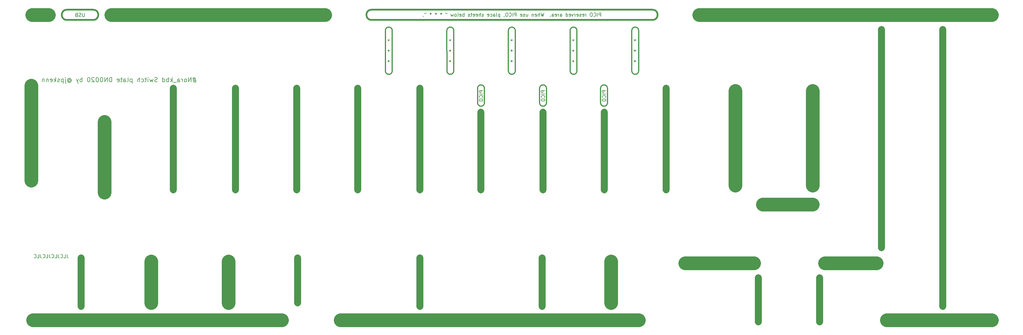
<source format=gbo>
%TF.GenerationSoftware,KiCad,Pcbnew,(5.1.10-1-10_14)*%
%TF.CreationDate,2021-12-13T21:27:44+09:00*%
%TF.ProjectId,keyplate,6b657970-6c61-4746-952e-6b696361645f,rev?*%
%TF.SameCoordinates,Original*%
%TF.FileFunction,Legend,Bot*%
%TF.FilePolarity,Positive*%
%FSLAX46Y46*%
G04 Gerber Fmt 4.6, Leading zero omitted, Abs format (unit mm)*
G04 Created by KiCad (PCBNEW (5.1.10-1-10_14)) date 2021-12-13 21:27:44*
%MOMM*%
%LPD*%
G01*
G04 APERTURE LIST*
%ADD10C,2.000000*%
%ADD11C,0.500000*%
%ADD12C,0.150000*%
%ADD13C,0.300000*%
%ADD14C,4.000000*%
G04 APERTURE END LIST*
D10*
X229750000Y-99750000D02*
X229750000Y-112500000D01*
X247500000Y-99750000D02*
X247500000Y-112500000D01*
D11*
X29100000Y-25000000D02*
X36700000Y-25000000D01*
X36700000Y-22000000D02*
G75*
G02*
X36700000Y-25000000I0J-1500000D01*
G01*
X29100000Y-22000000D02*
X36700000Y-22000000D01*
X29100000Y-25000000D02*
G75*
G02*
X29100000Y-22000000I0J1500000D01*
G01*
D12*
X34161904Y-23052380D02*
X34161904Y-23861904D01*
X34114285Y-23957142D01*
X34066666Y-24004761D01*
X33971428Y-24052380D01*
X33780952Y-24052380D01*
X33685714Y-24004761D01*
X33638095Y-23957142D01*
X33590476Y-23861904D01*
X33590476Y-23052380D01*
X33161904Y-24004761D02*
X33019047Y-24052380D01*
X32780952Y-24052380D01*
X32685714Y-24004761D01*
X32638095Y-23957142D01*
X32590476Y-23861904D01*
X32590476Y-23766666D01*
X32638095Y-23671428D01*
X32685714Y-23623809D01*
X32780952Y-23576190D01*
X32971428Y-23528571D01*
X33066666Y-23480952D01*
X33114285Y-23433333D01*
X33161904Y-23338095D01*
X33161904Y-23242857D01*
X33114285Y-23147619D01*
X33066666Y-23100000D01*
X32971428Y-23052380D01*
X32733333Y-23052380D01*
X32590476Y-23100000D01*
X31828571Y-23528571D02*
X31685714Y-23576190D01*
X31638095Y-23623809D01*
X31590476Y-23719047D01*
X31590476Y-23861904D01*
X31638095Y-23957142D01*
X31685714Y-24004761D01*
X31780952Y-24052380D01*
X32161904Y-24052380D01*
X32161904Y-23052380D01*
X31828571Y-23052380D01*
X31733333Y-23100000D01*
X31685714Y-23147619D01*
X31638095Y-23242857D01*
X31638095Y-23338095D01*
X31685714Y-23433333D01*
X31733333Y-23480952D01*
X31828571Y-23528571D01*
X32161904Y-23528571D01*
D13*
X192995012Y-28050588D02*
G75*
G02*
X195000000Y-28150000I1004988J588D01*
G01*
X195000000Y-39749415D02*
X195000000Y-28150000D01*
X195000000Y-39749415D02*
G75*
G02*
X193000000Y-39750000I-1000000J-585D01*
G01*
X192995013Y-28050588D02*
X193000000Y-39750000D01*
D12*
X193702380Y-30826309D02*
X193940476Y-30826309D01*
X193845238Y-30588214D02*
X193940476Y-30826309D01*
X193845238Y-31064404D01*
X194130952Y-30683452D02*
X193940476Y-30826309D01*
X194130952Y-30969166D01*
X193702380Y-33873928D02*
X193940476Y-33873928D01*
X193845238Y-33635833D02*
X193940476Y-33873928D01*
X193845238Y-34112023D01*
X194130952Y-33731071D02*
X193940476Y-33873928D01*
X194130952Y-34016785D01*
X193702380Y-36921547D02*
X193940476Y-36921547D01*
X193845238Y-36683452D02*
X193940476Y-36921547D01*
X193845238Y-37159642D01*
X194130952Y-36778690D02*
X193940476Y-36921547D01*
X194130952Y-37064404D01*
D13*
X175095012Y-28050588D02*
G75*
G02*
X177100000Y-28150000I1004988J588D01*
G01*
X177100000Y-39749415D02*
X177100000Y-28150000D01*
X177100000Y-39749415D02*
G75*
G02*
X175100000Y-39750000I-1000000J-585D01*
G01*
X175095013Y-28050588D02*
X175100000Y-39750000D01*
D12*
X175802380Y-30826309D02*
X176040476Y-30826309D01*
X175945238Y-30588214D02*
X176040476Y-30826309D01*
X175945238Y-31064404D01*
X176230952Y-30683452D02*
X176040476Y-30826309D01*
X176230952Y-30969166D01*
X175802380Y-33873928D02*
X176040476Y-33873928D01*
X175945238Y-33635833D02*
X176040476Y-33873928D01*
X175945238Y-34112023D01*
X176230952Y-33731071D02*
X176040476Y-33873928D01*
X176230952Y-34016785D01*
X175802380Y-36921547D02*
X176040476Y-36921547D01*
X175945238Y-36683452D02*
X176040476Y-36921547D01*
X175945238Y-37159642D01*
X176230952Y-36778690D02*
X176040476Y-36921547D01*
X176230952Y-37064404D01*
D13*
X157195012Y-28050588D02*
G75*
G02*
X159200000Y-28150000I1004988J588D01*
G01*
X159200000Y-39749415D02*
X159200000Y-28150000D01*
X159200000Y-39749415D02*
G75*
G02*
X157200000Y-39750000I-1000000J-585D01*
G01*
X157195013Y-28050588D02*
X157200000Y-39750000D01*
D12*
X157902380Y-30826309D02*
X158140476Y-30826309D01*
X158045238Y-30588214D02*
X158140476Y-30826309D01*
X158045238Y-31064404D01*
X158330952Y-30683452D02*
X158140476Y-30826309D01*
X158330952Y-30969166D01*
X157902380Y-33873928D02*
X158140476Y-33873928D01*
X158045238Y-33635833D02*
X158140476Y-33873928D01*
X158045238Y-34112023D01*
X158330952Y-33731071D02*
X158140476Y-33873928D01*
X158330952Y-34016785D01*
X157902380Y-36921547D02*
X158140476Y-36921547D01*
X158045238Y-36683452D02*
X158140476Y-36921547D01*
X158045238Y-37159642D01*
X158330952Y-36778690D02*
X158140476Y-36921547D01*
X158330952Y-37064404D01*
D13*
X139345012Y-28050588D02*
G75*
G02*
X141350000Y-28150000I1004988J588D01*
G01*
X141350000Y-39749415D02*
X141350000Y-28150000D01*
X141350000Y-39749415D02*
G75*
G02*
X139350000Y-39750000I-1000000J-585D01*
G01*
X139345013Y-28050588D02*
X139350000Y-39750000D01*
D12*
X140052380Y-30826309D02*
X140290476Y-30826309D01*
X140195238Y-30588214D02*
X140290476Y-30826309D01*
X140195238Y-31064404D01*
X140480952Y-30683452D02*
X140290476Y-30826309D01*
X140480952Y-30969166D01*
X140052380Y-33873928D02*
X140290476Y-33873928D01*
X140195238Y-33635833D02*
X140290476Y-33873928D01*
X140195238Y-34112023D01*
X140480952Y-33731071D02*
X140290476Y-33873928D01*
X140480952Y-34016785D01*
X140052380Y-36921547D02*
X140290476Y-36921547D01*
X140195238Y-36683452D02*
X140290476Y-36921547D01*
X140195238Y-37159642D01*
X140480952Y-36778690D02*
X140290476Y-36921547D01*
X140480952Y-37064404D01*
D13*
X123500000Y-39749415D02*
G75*
G02*
X121500000Y-39750000I-1000000J-585D01*
G01*
X121495013Y-28050588D02*
X121500000Y-39750000D01*
X121495012Y-28050588D02*
G75*
G02*
X123500000Y-28150000I1004988J588D01*
G01*
X123500000Y-39749415D02*
X123500000Y-28150000D01*
D12*
X122202380Y-30826309D02*
X122440476Y-30826309D01*
X122345238Y-30588214D02*
X122440476Y-30826309D01*
X122345238Y-31064404D01*
X122630952Y-30683452D02*
X122440476Y-30826309D01*
X122630952Y-30969166D01*
X122202380Y-33873928D02*
X122440476Y-33873928D01*
X122345238Y-33635833D02*
X122440476Y-33873928D01*
X122345238Y-34112023D01*
X122630952Y-33731071D02*
X122440476Y-33873928D01*
X122630952Y-34016785D01*
X122202380Y-36921547D02*
X122440476Y-36921547D01*
X122345238Y-36683452D02*
X122440476Y-36921547D01*
X122345238Y-37159642D01*
X122630952Y-36778690D02*
X122440476Y-36921547D01*
X122630952Y-37064404D01*
D14*
X267000000Y-112000000D02*
X297500000Y-112000000D01*
D10*
X283250000Y-27750000D02*
X283250000Y-108000000D01*
X265500000Y-27750000D02*
X265500000Y-91000000D01*
D13*
X185950000Y-48999415D02*
G75*
G02*
X183950000Y-49000000I-1000000J-585D01*
G01*
X183945013Y-44800588D02*
X183946482Y-48950588D01*
X183945012Y-44800588D02*
G75*
G02*
X185950000Y-44900000I1004988J588D01*
G01*
X185951469Y-49050000D02*
X185950000Y-44900000D01*
D12*
X185452380Y-45435595D02*
X184452380Y-45435595D01*
X184452380Y-45816547D01*
X184500000Y-45911785D01*
X184547619Y-45959404D01*
X184642857Y-46007023D01*
X184785714Y-46007023D01*
X184880952Y-45959404D01*
X184928571Y-45911785D01*
X184976190Y-45816547D01*
X184976190Y-45435595D01*
X185452380Y-46435595D02*
X184452380Y-46435595D01*
X185357142Y-47483214D02*
X185404761Y-47435595D01*
X185452380Y-47292738D01*
X185452380Y-47197500D01*
X185404761Y-47054642D01*
X185309523Y-46959404D01*
X185214285Y-46911785D01*
X185023809Y-46864166D01*
X184880952Y-46864166D01*
X184690476Y-46911785D01*
X184595238Y-46959404D01*
X184500000Y-47054642D01*
X184452380Y-47197500D01*
X184452380Y-47292738D01*
X184500000Y-47435595D01*
X184547619Y-47483214D01*
X184452380Y-48102261D02*
X184452380Y-48292738D01*
X184500000Y-48387976D01*
X184595238Y-48483214D01*
X184785714Y-48530833D01*
X185119047Y-48530833D01*
X185309523Y-48483214D01*
X185404761Y-48387976D01*
X185452380Y-48292738D01*
X185452380Y-48102261D01*
X185404761Y-48007023D01*
X185309523Y-47911785D01*
X185119047Y-47864166D01*
X184785714Y-47864166D01*
X184595238Y-47911785D01*
X184500000Y-48007023D01*
X184452380Y-48102261D01*
D13*
X168250000Y-48999415D02*
G75*
G02*
X166250000Y-49000000I-1000000J-585D01*
G01*
X166245013Y-44800588D02*
X166246482Y-48950588D01*
X166245012Y-44800588D02*
G75*
G02*
X168250000Y-44900000I1004988J588D01*
G01*
X168251469Y-49050000D02*
X168250000Y-44900000D01*
D12*
X167752380Y-45435595D02*
X166752380Y-45435595D01*
X166752380Y-45816547D01*
X166800000Y-45911785D01*
X166847619Y-45959404D01*
X166942857Y-46007023D01*
X167085714Y-46007023D01*
X167180952Y-45959404D01*
X167228571Y-45911785D01*
X167276190Y-45816547D01*
X167276190Y-45435595D01*
X167752380Y-46435595D02*
X166752380Y-46435595D01*
X167657142Y-47483214D02*
X167704761Y-47435595D01*
X167752380Y-47292738D01*
X167752380Y-47197500D01*
X167704761Y-47054642D01*
X167609523Y-46959404D01*
X167514285Y-46911785D01*
X167323809Y-46864166D01*
X167180952Y-46864166D01*
X166990476Y-46911785D01*
X166895238Y-46959404D01*
X166800000Y-47054642D01*
X166752380Y-47197500D01*
X166752380Y-47292738D01*
X166800000Y-47435595D01*
X166847619Y-47483214D01*
X166752380Y-48102261D02*
X166752380Y-48292738D01*
X166800000Y-48387976D01*
X166895238Y-48483214D01*
X167085714Y-48530833D01*
X167419047Y-48530833D01*
X167609523Y-48483214D01*
X167704761Y-48387976D01*
X167752380Y-48292738D01*
X167752380Y-48102261D01*
X167704761Y-48007023D01*
X167609523Y-47911785D01*
X167419047Y-47864166D01*
X167085714Y-47864166D01*
X166895238Y-47911785D01*
X166800000Y-48007023D01*
X166752380Y-48102261D01*
X149752380Y-45435595D02*
X148752380Y-45435595D01*
X148752380Y-45816547D01*
X148800000Y-45911785D01*
X148847619Y-45959404D01*
X148942857Y-46007023D01*
X149085714Y-46007023D01*
X149180952Y-45959404D01*
X149228571Y-45911785D01*
X149276190Y-45816547D01*
X149276190Y-45435595D01*
X149752380Y-46435595D02*
X148752380Y-46435595D01*
X149657142Y-47483214D02*
X149704761Y-47435595D01*
X149752380Y-47292738D01*
X149752380Y-47197500D01*
X149704761Y-47054642D01*
X149609523Y-46959404D01*
X149514285Y-46911785D01*
X149323809Y-46864166D01*
X149180952Y-46864166D01*
X148990476Y-46911785D01*
X148895238Y-46959404D01*
X148800000Y-47054642D01*
X148752380Y-47197500D01*
X148752380Y-47292738D01*
X148800000Y-47435595D01*
X148847619Y-47483214D01*
X148752380Y-48102261D02*
X148752380Y-48292738D01*
X148800000Y-48387976D01*
X148895238Y-48483214D01*
X149085714Y-48530833D01*
X149419047Y-48530833D01*
X149609523Y-48483214D01*
X149704761Y-48387976D01*
X149752380Y-48292738D01*
X149752380Y-48102261D01*
X149704761Y-48007023D01*
X149609523Y-47911785D01*
X149419047Y-47864166D01*
X149085714Y-47864166D01*
X148895238Y-47911785D01*
X148800000Y-48007023D01*
X148752380Y-48102261D01*
D13*
X150251469Y-49050000D02*
X150250000Y-44900000D01*
X148245013Y-44800588D02*
X148246482Y-48950588D01*
X150250000Y-48999415D02*
G75*
G02*
X148250000Y-49000000I-1000000J-585D01*
G01*
X148245012Y-44800588D02*
G75*
G02*
X150250000Y-44900000I1004988J588D01*
G01*
D10*
X185000000Y-51750000D02*
X185000000Y-74250000D01*
X167250000Y-51750000D02*
X167250000Y-74250000D01*
X149250000Y-51750000D02*
X149250000Y-74250000D01*
X131500000Y-44750000D02*
X131500000Y-74250000D01*
X203000000Y-44750000D02*
X203000000Y-74250000D01*
X113500000Y-44750000D02*
X113500000Y-74250000D01*
X95750000Y-44750000D02*
X95750000Y-74250000D01*
X78000000Y-44750000D02*
X78000000Y-74250000D01*
X60000000Y-44750000D02*
X60000000Y-74250000D01*
D12*
X184011904Y-23952380D02*
X184011904Y-22952380D01*
X183630952Y-22952380D01*
X183535714Y-23000000D01*
X183488095Y-23047619D01*
X183440476Y-23142857D01*
X183440476Y-23285714D01*
X183488095Y-23380952D01*
X183535714Y-23428571D01*
X183630952Y-23476190D01*
X184011904Y-23476190D01*
X183011904Y-23952380D02*
X183011904Y-22952380D01*
X181964285Y-23857142D02*
X182011904Y-23904761D01*
X182154761Y-23952380D01*
X182249999Y-23952380D01*
X182392857Y-23904761D01*
X182488095Y-23809523D01*
X182535714Y-23714285D01*
X182583333Y-23523809D01*
X182583333Y-23380952D01*
X182535714Y-23190476D01*
X182488095Y-23095238D01*
X182392857Y-23000000D01*
X182249999Y-22952380D01*
X182154761Y-22952380D01*
X182011904Y-23000000D01*
X181964285Y-23047619D01*
X181345238Y-22952380D02*
X181154761Y-22952380D01*
X181059523Y-23000000D01*
X180964285Y-23095238D01*
X180916666Y-23285714D01*
X180916666Y-23619047D01*
X180964285Y-23809523D01*
X181059523Y-23904761D01*
X181154761Y-23952380D01*
X181345238Y-23952380D01*
X181440476Y-23904761D01*
X181535714Y-23809523D01*
X181583333Y-23619047D01*
X181583333Y-23285714D01*
X181535714Y-23095238D01*
X181440476Y-23000000D01*
X181345238Y-22952380D01*
X179726190Y-23952380D02*
X179726190Y-23285714D01*
X179726190Y-23476190D02*
X179678571Y-23380952D01*
X179630952Y-23333333D01*
X179535714Y-23285714D01*
X179440476Y-23285714D01*
X178726190Y-23904761D02*
X178821428Y-23952380D01*
X179011904Y-23952380D01*
X179107142Y-23904761D01*
X179154761Y-23809523D01*
X179154761Y-23428571D01*
X179107142Y-23333333D01*
X179011904Y-23285714D01*
X178821428Y-23285714D01*
X178726190Y-23333333D01*
X178678571Y-23428571D01*
X178678571Y-23523809D01*
X179154761Y-23619047D01*
X178297619Y-23904761D02*
X178202380Y-23952380D01*
X178011904Y-23952380D01*
X177916666Y-23904761D01*
X177869047Y-23809523D01*
X177869047Y-23761904D01*
X177916666Y-23666666D01*
X178011904Y-23619047D01*
X178154761Y-23619047D01*
X178249999Y-23571428D01*
X178297619Y-23476190D01*
X178297619Y-23428571D01*
X178249999Y-23333333D01*
X178154761Y-23285714D01*
X178011904Y-23285714D01*
X177916666Y-23333333D01*
X177059523Y-23904761D02*
X177154761Y-23952380D01*
X177345238Y-23952380D01*
X177440476Y-23904761D01*
X177488095Y-23809523D01*
X177488095Y-23428571D01*
X177440476Y-23333333D01*
X177345238Y-23285714D01*
X177154761Y-23285714D01*
X177059523Y-23333333D01*
X177011904Y-23428571D01*
X177011904Y-23523809D01*
X177488095Y-23619047D01*
X176583333Y-23952380D02*
X176583333Y-23285714D01*
X176583333Y-23476190D02*
X176535714Y-23380952D01*
X176488095Y-23333333D01*
X176392857Y-23285714D01*
X176297619Y-23285714D01*
X176059523Y-23285714D02*
X175821428Y-23952380D01*
X175583333Y-23285714D01*
X174821428Y-23904761D02*
X174916666Y-23952380D01*
X175107142Y-23952380D01*
X175202380Y-23904761D01*
X175249999Y-23809523D01*
X175249999Y-23428571D01*
X175202380Y-23333333D01*
X175107142Y-23285714D01*
X174916666Y-23285714D01*
X174821428Y-23333333D01*
X174773809Y-23428571D01*
X174773809Y-23523809D01*
X175249999Y-23619047D01*
X173916666Y-23952380D02*
X173916666Y-22952380D01*
X173916666Y-23904761D02*
X174011904Y-23952380D01*
X174202380Y-23952380D01*
X174297619Y-23904761D01*
X174345238Y-23857142D01*
X174392857Y-23761904D01*
X174392857Y-23476190D01*
X174345238Y-23380952D01*
X174297619Y-23333333D01*
X174202380Y-23285714D01*
X174011904Y-23285714D01*
X173916666Y-23333333D01*
X172250000Y-23952380D02*
X172250000Y-23428571D01*
X172297619Y-23333333D01*
X172392857Y-23285714D01*
X172583333Y-23285714D01*
X172678571Y-23333333D01*
X172250000Y-23904761D02*
X172345238Y-23952380D01*
X172583333Y-23952380D01*
X172678571Y-23904761D01*
X172726190Y-23809523D01*
X172726190Y-23714285D01*
X172678571Y-23619047D01*
X172583333Y-23571428D01*
X172345238Y-23571428D01*
X172250000Y-23523809D01*
X171773809Y-23952380D02*
X171773809Y-23285714D01*
X171773809Y-23476190D02*
X171726190Y-23380952D01*
X171678571Y-23333333D01*
X171583333Y-23285714D01*
X171488095Y-23285714D01*
X170773809Y-23904761D02*
X170869047Y-23952380D01*
X171059523Y-23952380D01*
X171154761Y-23904761D01*
X171202380Y-23809523D01*
X171202380Y-23428571D01*
X171154761Y-23333333D01*
X171059523Y-23285714D01*
X170869047Y-23285714D01*
X170773809Y-23333333D01*
X170726190Y-23428571D01*
X170726190Y-23523809D01*
X171202380Y-23619047D01*
X169869047Y-23952380D02*
X169869047Y-23428571D01*
X169916666Y-23333333D01*
X170011904Y-23285714D01*
X170202380Y-23285714D01*
X170297619Y-23333333D01*
X169869047Y-23904761D02*
X169964285Y-23952380D01*
X170202380Y-23952380D01*
X170297619Y-23904761D01*
X170345238Y-23809523D01*
X170345238Y-23714285D01*
X170297619Y-23619047D01*
X170202380Y-23571428D01*
X169964285Y-23571428D01*
X169869047Y-23523809D01*
X169392857Y-23857142D02*
X169345238Y-23904761D01*
X169392857Y-23952380D01*
X169440476Y-23904761D01*
X169392857Y-23857142D01*
X169392857Y-23952380D01*
X167488095Y-22952380D02*
X167250000Y-23952380D01*
X167059523Y-23238095D01*
X166869047Y-23952380D01*
X166630952Y-22952380D01*
X166250000Y-23952380D02*
X166250000Y-22952380D01*
X165821428Y-23952380D02*
X165821428Y-23428571D01*
X165869047Y-23333333D01*
X165964285Y-23285714D01*
X166107142Y-23285714D01*
X166202380Y-23333333D01*
X166250000Y-23380952D01*
X164964285Y-23904761D02*
X165059523Y-23952380D01*
X165250000Y-23952380D01*
X165345238Y-23904761D01*
X165392857Y-23809523D01*
X165392857Y-23428571D01*
X165345238Y-23333333D01*
X165250000Y-23285714D01*
X165059523Y-23285714D01*
X164964285Y-23333333D01*
X164916666Y-23428571D01*
X164916666Y-23523809D01*
X165392857Y-23619047D01*
X164488095Y-23285714D02*
X164488095Y-23952380D01*
X164488095Y-23380952D02*
X164440476Y-23333333D01*
X164345238Y-23285714D01*
X164202380Y-23285714D01*
X164107142Y-23333333D01*
X164059523Y-23428571D01*
X164059523Y-23952380D01*
X162392857Y-23285714D02*
X162392857Y-23952380D01*
X162821428Y-23285714D02*
X162821428Y-23809523D01*
X162773809Y-23904761D01*
X162678571Y-23952380D01*
X162535714Y-23952380D01*
X162440476Y-23904761D01*
X162392857Y-23857142D01*
X161964285Y-23904761D02*
X161869047Y-23952380D01*
X161678571Y-23952380D01*
X161583333Y-23904761D01*
X161535714Y-23809523D01*
X161535714Y-23761904D01*
X161583333Y-23666666D01*
X161678571Y-23619047D01*
X161821428Y-23619047D01*
X161916666Y-23571428D01*
X161964285Y-23476190D01*
X161964285Y-23428571D01*
X161916666Y-23333333D01*
X161821428Y-23285714D01*
X161678571Y-23285714D01*
X161583333Y-23333333D01*
X160726190Y-23904761D02*
X160821428Y-23952380D01*
X161011904Y-23952380D01*
X161107142Y-23904761D01*
X161154761Y-23809523D01*
X161154761Y-23428571D01*
X161107142Y-23333333D01*
X161011904Y-23285714D01*
X160821428Y-23285714D01*
X160726190Y-23333333D01*
X160678571Y-23428571D01*
X160678571Y-23523809D01*
X161154761Y-23619047D01*
X159488095Y-23952380D02*
X159488095Y-22952380D01*
X159107142Y-22952380D01*
X159011904Y-23000000D01*
X158964285Y-23047619D01*
X158916666Y-23142857D01*
X158916666Y-23285714D01*
X158964285Y-23380952D01*
X159011904Y-23428571D01*
X159107142Y-23476190D01*
X159488095Y-23476190D01*
X158488095Y-23952380D02*
X158488095Y-22952380D01*
X157440476Y-23857142D02*
X157488095Y-23904761D01*
X157630952Y-23952380D01*
X157726190Y-23952380D01*
X157869047Y-23904761D01*
X157964285Y-23809523D01*
X158011904Y-23714285D01*
X158059523Y-23523809D01*
X158059523Y-23380952D01*
X158011904Y-23190476D01*
X157964285Y-23095238D01*
X157869047Y-23000000D01*
X157726190Y-22952380D01*
X157630952Y-22952380D01*
X157488095Y-23000000D01*
X157440476Y-23047619D01*
X156821428Y-22952380D02*
X156630952Y-22952380D01*
X156535714Y-23000000D01*
X156440476Y-23095238D01*
X156392857Y-23285714D01*
X156392857Y-23619047D01*
X156440476Y-23809523D01*
X156535714Y-23904761D01*
X156630952Y-23952380D01*
X156821428Y-23952380D01*
X156916666Y-23904761D01*
X157011904Y-23809523D01*
X157059523Y-23619047D01*
X157059523Y-23285714D01*
X157011904Y-23095238D01*
X156916666Y-23000000D01*
X156821428Y-22952380D01*
X155916666Y-23904761D02*
X155916666Y-23952380D01*
X155964285Y-24047619D01*
X156011904Y-24095238D01*
X154726190Y-23285714D02*
X154726190Y-24285714D01*
X154726190Y-23333333D02*
X154630952Y-23285714D01*
X154440476Y-23285714D01*
X154345238Y-23333333D01*
X154297619Y-23380952D01*
X154250000Y-23476190D01*
X154250000Y-23761904D01*
X154297619Y-23857142D01*
X154345238Y-23904761D01*
X154440476Y-23952380D01*
X154630952Y-23952380D01*
X154726190Y-23904761D01*
X153678571Y-23952380D02*
X153773809Y-23904761D01*
X153821428Y-23809523D01*
X153821428Y-22952380D01*
X152869047Y-23952380D02*
X152869047Y-23428571D01*
X152916666Y-23333333D01*
X153011904Y-23285714D01*
X153202380Y-23285714D01*
X153297619Y-23333333D01*
X152869047Y-23904761D02*
X152964285Y-23952380D01*
X153202380Y-23952380D01*
X153297619Y-23904761D01*
X153345238Y-23809523D01*
X153345238Y-23714285D01*
X153297619Y-23619047D01*
X153202380Y-23571428D01*
X152964285Y-23571428D01*
X152869047Y-23523809D01*
X151964285Y-23904761D02*
X152059523Y-23952380D01*
X152250000Y-23952380D01*
X152345238Y-23904761D01*
X152392857Y-23857142D01*
X152440476Y-23761904D01*
X152440476Y-23476190D01*
X152392857Y-23380952D01*
X152345238Y-23333333D01*
X152250000Y-23285714D01*
X152059523Y-23285714D01*
X151964285Y-23333333D01*
X151154761Y-23904761D02*
X151250000Y-23952380D01*
X151440476Y-23952380D01*
X151535714Y-23904761D01*
X151583333Y-23809523D01*
X151583333Y-23428571D01*
X151535714Y-23333333D01*
X151440476Y-23285714D01*
X151250000Y-23285714D01*
X151154761Y-23333333D01*
X151107142Y-23428571D01*
X151107142Y-23523809D01*
X151583333Y-23619047D01*
X149964285Y-23904761D02*
X149869047Y-23952380D01*
X149678571Y-23952380D01*
X149583333Y-23904761D01*
X149535714Y-23809523D01*
X149535714Y-23761904D01*
X149583333Y-23666666D01*
X149678571Y-23619047D01*
X149821428Y-23619047D01*
X149916666Y-23571428D01*
X149964285Y-23476190D01*
X149964285Y-23428571D01*
X149916666Y-23333333D01*
X149821428Y-23285714D01*
X149678571Y-23285714D01*
X149583333Y-23333333D01*
X149107142Y-23952380D02*
X149107142Y-22952380D01*
X148678571Y-23952380D02*
X148678571Y-23428571D01*
X148726190Y-23333333D01*
X148821428Y-23285714D01*
X148964285Y-23285714D01*
X149059523Y-23333333D01*
X149107142Y-23380952D01*
X147821428Y-23904761D02*
X147916666Y-23952380D01*
X148107142Y-23952380D01*
X148202380Y-23904761D01*
X148250000Y-23809523D01*
X148250000Y-23428571D01*
X148202380Y-23333333D01*
X148107142Y-23285714D01*
X147916666Y-23285714D01*
X147821428Y-23333333D01*
X147773809Y-23428571D01*
X147773809Y-23523809D01*
X148250000Y-23619047D01*
X146964285Y-23904761D02*
X147059523Y-23952380D01*
X147250000Y-23952380D01*
X147345238Y-23904761D01*
X147392857Y-23809523D01*
X147392857Y-23428571D01*
X147345238Y-23333333D01*
X147250000Y-23285714D01*
X147059523Y-23285714D01*
X146964285Y-23333333D01*
X146916666Y-23428571D01*
X146916666Y-23523809D01*
X147392857Y-23619047D01*
X146630952Y-23285714D02*
X146250000Y-23285714D01*
X146488095Y-22952380D02*
X146488095Y-23809523D01*
X146440476Y-23904761D01*
X146345238Y-23952380D01*
X146250000Y-23952380D01*
X145964285Y-23904761D02*
X145869047Y-23952380D01*
X145678571Y-23952380D01*
X145583333Y-23904761D01*
X145535714Y-23809523D01*
X145535714Y-23761904D01*
X145583333Y-23666666D01*
X145678571Y-23619047D01*
X145821428Y-23619047D01*
X145916666Y-23571428D01*
X145964285Y-23476190D01*
X145964285Y-23428571D01*
X145916666Y-23333333D01*
X145821428Y-23285714D01*
X145678571Y-23285714D01*
X145583333Y-23333333D01*
X144345238Y-23952380D02*
X144345238Y-22952380D01*
X144345238Y-23333333D02*
X144250000Y-23285714D01*
X144059523Y-23285714D01*
X143964285Y-23333333D01*
X143916666Y-23380952D01*
X143869047Y-23476190D01*
X143869047Y-23761904D01*
X143916666Y-23857142D01*
X143964285Y-23904761D01*
X144059523Y-23952380D01*
X144250000Y-23952380D01*
X144345238Y-23904761D01*
X143059523Y-23904761D02*
X143154761Y-23952380D01*
X143345238Y-23952380D01*
X143440476Y-23904761D01*
X143488095Y-23809523D01*
X143488095Y-23428571D01*
X143440476Y-23333333D01*
X143345238Y-23285714D01*
X143154761Y-23285714D01*
X143059523Y-23333333D01*
X143011904Y-23428571D01*
X143011904Y-23523809D01*
X143488095Y-23619047D01*
X142440476Y-23952380D02*
X142535714Y-23904761D01*
X142583333Y-23809523D01*
X142583333Y-22952380D01*
X141916666Y-23952380D02*
X142011904Y-23904761D01*
X142059523Y-23857142D01*
X142107142Y-23761904D01*
X142107142Y-23476190D01*
X142059523Y-23380952D01*
X142011904Y-23333333D01*
X141916666Y-23285714D01*
X141773809Y-23285714D01*
X141678571Y-23333333D01*
X141630952Y-23380952D01*
X141583333Y-23476190D01*
X141583333Y-23761904D01*
X141630952Y-23857142D01*
X141678571Y-23904761D01*
X141773809Y-23952380D01*
X141916666Y-23952380D01*
X141250000Y-23285714D02*
X141059523Y-23952380D01*
X140869047Y-23476190D01*
X140678571Y-23952380D01*
X140488095Y-23285714D01*
X139392857Y-22952380D02*
X139392857Y-23142857D01*
X139011904Y-22952380D02*
X139011904Y-23142857D01*
X137678571Y-22952380D02*
X137678571Y-23190476D01*
X137916666Y-23095238D02*
X137678571Y-23190476D01*
X137440476Y-23095238D01*
X137821428Y-23380952D02*
X137678571Y-23190476D01*
X137535714Y-23380952D01*
X136154761Y-22952380D02*
X136154761Y-23190476D01*
X136392857Y-23095238D02*
X136154761Y-23190476D01*
X135916666Y-23095238D01*
X136297619Y-23380952D02*
X136154761Y-23190476D01*
X136011904Y-23380952D01*
X134630952Y-22952380D02*
X134630952Y-23190476D01*
X134869047Y-23095238D02*
X134630952Y-23190476D01*
X134392857Y-23095238D01*
X134773809Y-23380952D02*
X134630952Y-23190476D01*
X134488095Y-23380952D01*
X133297619Y-22952380D02*
X133297619Y-23142857D01*
X132916666Y-22952380D02*
X132916666Y-23142857D01*
X132488095Y-23857142D02*
X132440476Y-23904761D01*
X132488095Y-23952380D01*
X132535714Y-23904761D01*
X132488095Y-23857142D01*
X132488095Y-23952380D01*
D11*
X117500000Y-25000000D02*
X199000000Y-25000000D01*
X117500000Y-25000000D02*
G75*
G02*
X117500000Y-22000000I0J1500000D01*
G01*
X199000000Y-22000000D02*
G75*
G02*
X199000000Y-25000000I0J-1500000D01*
G01*
X117500000Y-22000000D02*
X199000000Y-22000000D01*
D10*
X33250000Y-94000000D02*
X33250000Y-108000000D01*
X96000000Y-94000000D02*
X96000000Y-107000000D01*
X167000000Y-94000000D02*
X167000000Y-108000000D01*
X131500000Y-94000000D02*
X131500000Y-108000000D01*
D14*
X53500000Y-95000000D02*
X53500000Y-107000000D01*
X76000000Y-95000000D02*
X76000000Y-107000000D01*
X187000000Y-95000000D02*
X187000000Y-107000000D01*
X19250000Y-112000000D02*
X91500000Y-112000000D01*
X108500000Y-112000000D02*
X195000000Y-112000000D01*
X249000000Y-95500000D02*
X264000000Y-95500000D01*
X208500000Y-95500000D02*
X228500000Y-95500000D01*
X231000000Y-78500000D02*
X245500000Y-78500000D01*
X245500000Y-45500000D02*
X245500000Y-73000000D01*
X223000000Y-45500000D02*
X223000000Y-73000000D01*
X40000000Y-54500000D02*
X40000000Y-75000000D01*
X18750000Y-44000000D02*
X18750000Y-71500000D01*
X19000000Y-23500000D02*
X23800000Y-23500000D01*
X212500000Y-23500000D02*
X297500000Y-23500000D01*
X41900000Y-23500000D02*
X104000000Y-23500000D01*
D12*
X29119047Y-92952380D02*
X29119047Y-93666666D01*
X29166666Y-93809523D01*
X29261904Y-93904761D01*
X29404761Y-93952380D01*
X29500000Y-93952380D01*
X28166666Y-93952380D02*
X28642857Y-93952380D01*
X28642857Y-92952380D01*
X27261904Y-93857142D02*
X27309523Y-93904761D01*
X27452380Y-93952380D01*
X27547619Y-93952380D01*
X27690476Y-93904761D01*
X27785714Y-93809523D01*
X27833333Y-93714285D01*
X27880952Y-93523809D01*
X27880952Y-93380952D01*
X27833333Y-93190476D01*
X27785714Y-93095238D01*
X27690476Y-93000000D01*
X27547619Y-92952380D01*
X27452380Y-92952380D01*
X27309523Y-93000000D01*
X27261904Y-93047619D01*
X26547619Y-92952380D02*
X26547619Y-93666666D01*
X26595238Y-93809523D01*
X26690476Y-93904761D01*
X26833333Y-93952380D01*
X26928571Y-93952380D01*
X25595238Y-93952380D02*
X26071428Y-93952380D01*
X26071428Y-92952380D01*
X24690476Y-93857142D02*
X24738095Y-93904761D01*
X24880952Y-93952380D01*
X24976190Y-93952380D01*
X25119047Y-93904761D01*
X25214285Y-93809523D01*
X25261904Y-93714285D01*
X25309523Y-93523809D01*
X25309523Y-93380952D01*
X25261904Y-93190476D01*
X25214285Y-93095238D01*
X25119047Y-93000000D01*
X24976190Y-92952380D01*
X24880952Y-92952380D01*
X24738095Y-93000000D01*
X24690476Y-93047619D01*
X23976190Y-92952380D02*
X23976190Y-93666666D01*
X24023809Y-93809523D01*
X24119047Y-93904761D01*
X24261904Y-93952380D01*
X24357142Y-93952380D01*
X23023809Y-93952380D02*
X23500000Y-93952380D01*
X23500000Y-92952380D01*
X22119047Y-93857142D02*
X22166666Y-93904761D01*
X22309523Y-93952380D01*
X22404761Y-93952380D01*
X22547619Y-93904761D01*
X22642857Y-93809523D01*
X22690476Y-93714285D01*
X22738095Y-93523809D01*
X22738095Y-93380952D01*
X22690476Y-93190476D01*
X22642857Y-93095238D01*
X22547619Y-93000000D01*
X22404761Y-92952380D01*
X22309523Y-92952380D01*
X22166666Y-93000000D01*
X22119047Y-93047619D01*
X21404761Y-92952380D02*
X21404761Y-93666666D01*
X21452380Y-93809523D01*
X21547619Y-93904761D01*
X21690476Y-93952380D01*
X21785714Y-93952380D01*
X20452380Y-93952380D02*
X20928571Y-93952380D01*
X20928571Y-92952380D01*
X19547619Y-93857142D02*
X19595238Y-93904761D01*
X19738095Y-93952380D01*
X19833333Y-93952380D01*
X19976190Y-93904761D01*
X20071428Y-93809523D01*
X20119047Y-93714285D01*
X20166666Y-93523809D01*
X20166666Y-93380952D01*
X20119047Y-93190476D01*
X20071428Y-93095238D01*
X19976190Y-93000000D01*
X19833333Y-92952380D01*
X19738095Y-92952380D01*
X19595238Y-93000000D01*
X19547619Y-93047619D01*
X66504880Y-42071428D02*
X65576309Y-42071428D01*
X66133452Y-41514285D02*
X66504880Y-43185714D01*
X65700119Y-42628571D02*
X66628690Y-42628571D01*
X66071547Y-43185714D02*
X65700119Y-41514285D01*
X65142976Y-42938095D02*
X65142976Y-41638095D01*
X64400119Y-42938095D01*
X64400119Y-41638095D01*
X63595357Y-42938095D02*
X63719166Y-42876190D01*
X63781071Y-42814285D01*
X63842976Y-42690476D01*
X63842976Y-42319047D01*
X63781071Y-42195238D01*
X63719166Y-42133333D01*
X63595357Y-42071428D01*
X63409642Y-42071428D01*
X63285833Y-42133333D01*
X63223928Y-42195238D01*
X63162023Y-42319047D01*
X63162023Y-42690476D01*
X63223928Y-42814285D01*
X63285833Y-42876190D01*
X63409642Y-42938095D01*
X63595357Y-42938095D01*
X62604880Y-42938095D02*
X62604880Y-42071428D01*
X62604880Y-42319047D02*
X62542976Y-42195238D01*
X62481071Y-42133333D01*
X62357261Y-42071428D01*
X62233452Y-42071428D01*
X61242976Y-42938095D02*
X61242976Y-42257142D01*
X61304880Y-42133333D01*
X61428690Y-42071428D01*
X61676309Y-42071428D01*
X61800119Y-42133333D01*
X61242976Y-42876190D02*
X61366785Y-42938095D01*
X61676309Y-42938095D01*
X61800119Y-42876190D01*
X61862023Y-42752380D01*
X61862023Y-42628571D01*
X61800119Y-42504761D01*
X61676309Y-42442857D01*
X61366785Y-42442857D01*
X61242976Y-42380952D01*
X60933452Y-43061904D02*
X59942976Y-43061904D01*
X59633452Y-42938095D02*
X59633452Y-41638095D01*
X59509642Y-42442857D02*
X59138214Y-42938095D01*
X59138214Y-42071428D02*
X59633452Y-42566666D01*
X58581071Y-42938095D02*
X58581071Y-41638095D01*
X58581071Y-42133333D02*
X58457261Y-42071428D01*
X58209642Y-42071428D01*
X58085833Y-42133333D01*
X58023928Y-42195238D01*
X57962023Y-42319047D01*
X57962023Y-42690476D01*
X58023928Y-42814285D01*
X58085833Y-42876190D01*
X58209642Y-42938095D01*
X58457261Y-42938095D01*
X58581071Y-42876190D01*
X56847738Y-42938095D02*
X56847738Y-41638095D01*
X56847738Y-42876190D02*
X56971547Y-42938095D01*
X57219166Y-42938095D01*
X57342976Y-42876190D01*
X57404880Y-42814285D01*
X57466785Y-42690476D01*
X57466785Y-42319047D01*
X57404880Y-42195238D01*
X57342976Y-42133333D01*
X57219166Y-42071428D01*
X56971547Y-42071428D01*
X56847738Y-42133333D01*
X55300119Y-42876190D02*
X55114404Y-42938095D01*
X54804880Y-42938095D01*
X54681071Y-42876190D01*
X54619166Y-42814285D01*
X54557261Y-42690476D01*
X54557261Y-42566666D01*
X54619166Y-42442857D01*
X54681071Y-42380952D01*
X54804880Y-42319047D01*
X55052499Y-42257142D01*
X55176309Y-42195238D01*
X55238214Y-42133333D01*
X55300119Y-42009523D01*
X55300119Y-41885714D01*
X55238214Y-41761904D01*
X55176309Y-41700000D01*
X55052499Y-41638095D01*
X54742976Y-41638095D01*
X54557261Y-41700000D01*
X54123928Y-42071428D02*
X53876309Y-42938095D01*
X53628690Y-42319047D01*
X53381071Y-42938095D01*
X53133452Y-42071428D01*
X52638214Y-42938095D02*
X52638214Y-42071428D01*
X52638214Y-41638095D02*
X52700119Y-41700000D01*
X52638214Y-41761904D01*
X52576309Y-41700000D01*
X52638214Y-41638095D01*
X52638214Y-41761904D01*
X52204880Y-42071428D02*
X51709642Y-42071428D01*
X52019166Y-41638095D02*
X52019166Y-42752380D01*
X51957261Y-42876190D01*
X51833452Y-42938095D01*
X51709642Y-42938095D01*
X50719166Y-42876190D02*
X50842976Y-42938095D01*
X51090595Y-42938095D01*
X51214404Y-42876190D01*
X51276309Y-42814285D01*
X51338214Y-42690476D01*
X51338214Y-42319047D01*
X51276309Y-42195238D01*
X51214404Y-42133333D01*
X51090595Y-42071428D01*
X50842976Y-42071428D01*
X50719166Y-42133333D01*
X50162023Y-42938095D02*
X50162023Y-41638095D01*
X49604880Y-42938095D02*
X49604880Y-42257142D01*
X49666785Y-42133333D01*
X49790595Y-42071428D01*
X49976309Y-42071428D01*
X50100119Y-42133333D01*
X50162023Y-42195238D01*
X47995357Y-42071428D02*
X47995357Y-43371428D01*
X47995357Y-42133333D02*
X47871547Y-42071428D01*
X47623928Y-42071428D01*
X47500119Y-42133333D01*
X47438214Y-42195238D01*
X47376309Y-42319047D01*
X47376309Y-42690476D01*
X47438214Y-42814285D01*
X47500119Y-42876190D01*
X47623928Y-42938095D01*
X47871547Y-42938095D01*
X47995357Y-42876190D01*
X46633452Y-42938095D02*
X46757261Y-42876190D01*
X46819166Y-42752380D01*
X46819166Y-41638095D01*
X45581071Y-42938095D02*
X45581071Y-42257142D01*
X45642976Y-42133333D01*
X45766785Y-42071428D01*
X46014404Y-42071428D01*
X46138214Y-42133333D01*
X45581071Y-42876190D02*
X45704880Y-42938095D01*
X46014404Y-42938095D01*
X46138214Y-42876190D01*
X46200119Y-42752380D01*
X46200119Y-42628571D01*
X46138214Y-42504761D01*
X46014404Y-42442857D01*
X45704880Y-42442857D01*
X45581071Y-42380952D01*
X45147738Y-42071428D02*
X44652499Y-42071428D01*
X44962023Y-41638095D02*
X44962023Y-42752380D01*
X44900119Y-42876190D01*
X44776309Y-42938095D01*
X44652499Y-42938095D01*
X43723928Y-42876190D02*
X43847738Y-42938095D01*
X44095357Y-42938095D01*
X44219166Y-42876190D01*
X44281071Y-42752380D01*
X44281071Y-42257142D01*
X44219166Y-42133333D01*
X44095357Y-42071428D01*
X43847738Y-42071428D01*
X43723928Y-42133333D01*
X43662023Y-42257142D01*
X43662023Y-42380952D01*
X44281071Y-42504761D01*
X42114404Y-42938095D02*
X42114404Y-41638095D01*
X41804880Y-41638095D01*
X41619166Y-41700000D01*
X41495357Y-41823809D01*
X41433452Y-41947619D01*
X41371547Y-42195238D01*
X41371547Y-42380952D01*
X41433452Y-42628571D01*
X41495357Y-42752380D01*
X41619166Y-42876190D01*
X41804880Y-42938095D01*
X42114404Y-42938095D01*
X40814404Y-42938095D02*
X40814404Y-41638095D01*
X40071547Y-42938095D01*
X40071547Y-41638095D01*
X39204880Y-41638095D02*
X39081071Y-41638095D01*
X38957261Y-41700000D01*
X38895357Y-41761904D01*
X38833452Y-41885714D01*
X38771547Y-42133333D01*
X38771547Y-42442857D01*
X38833452Y-42690476D01*
X38895357Y-42814285D01*
X38957261Y-42876190D01*
X39081071Y-42938095D01*
X39204880Y-42938095D01*
X39328690Y-42876190D01*
X39390595Y-42814285D01*
X39452499Y-42690476D01*
X39514404Y-42442857D01*
X39514404Y-42133333D01*
X39452499Y-41885714D01*
X39390595Y-41761904D01*
X39328690Y-41700000D01*
X39204880Y-41638095D01*
X37966785Y-41638095D02*
X37842976Y-41638095D01*
X37719166Y-41700000D01*
X37657261Y-41761904D01*
X37595357Y-41885714D01*
X37533452Y-42133333D01*
X37533452Y-42442857D01*
X37595357Y-42690476D01*
X37657261Y-42814285D01*
X37719166Y-42876190D01*
X37842976Y-42938095D01*
X37966785Y-42938095D01*
X38090595Y-42876190D01*
X38152499Y-42814285D01*
X38214404Y-42690476D01*
X38276309Y-42442857D01*
X38276309Y-42133333D01*
X38214404Y-41885714D01*
X38152499Y-41761904D01*
X38090595Y-41700000D01*
X37966785Y-41638095D01*
X37038214Y-41761904D02*
X36976309Y-41700000D01*
X36852499Y-41638095D01*
X36542976Y-41638095D01*
X36419166Y-41700000D01*
X36357261Y-41761904D01*
X36295357Y-41885714D01*
X36295357Y-42009523D01*
X36357261Y-42195238D01*
X37100119Y-42938095D01*
X36295357Y-42938095D01*
X35490595Y-41638095D02*
X35366785Y-41638095D01*
X35242976Y-41700000D01*
X35181071Y-41761904D01*
X35119166Y-41885714D01*
X35057261Y-42133333D01*
X35057261Y-42442857D01*
X35119166Y-42690476D01*
X35181071Y-42814285D01*
X35242976Y-42876190D01*
X35366785Y-42938095D01*
X35490595Y-42938095D01*
X35614404Y-42876190D01*
X35676309Y-42814285D01*
X35738214Y-42690476D01*
X35800119Y-42442857D01*
X35800119Y-42133333D01*
X35738214Y-41885714D01*
X35676309Y-41761904D01*
X35614404Y-41700000D01*
X35490595Y-41638095D01*
X33509642Y-42938095D02*
X33509642Y-41638095D01*
X33509642Y-42133333D02*
X33385833Y-42071428D01*
X33138214Y-42071428D01*
X33014404Y-42133333D01*
X32952499Y-42195238D01*
X32890595Y-42319047D01*
X32890595Y-42690476D01*
X32952499Y-42814285D01*
X33014404Y-42876190D01*
X33138214Y-42938095D01*
X33385833Y-42938095D01*
X33509642Y-42876190D01*
X32457261Y-42071428D02*
X32147738Y-42938095D01*
X31838214Y-42071428D02*
X32147738Y-42938095D01*
X32271547Y-43247619D01*
X32333452Y-43309523D01*
X32457261Y-43371428D01*
X29547738Y-42319047D02*
X29609642Y-42257142D01*
X29733452Y-42195238D01*
X29857261Y-42195238D01*
X29981071Y-42257142D01*
X30042976Y-42319047D01*
X30104880Y-42442857D01*
X30104880Y-42566666D01*
X30042976Y-42690476D01*
X29981071Y-42752380D01*
X29857261Y-42814285D01*
X29733452Y-42814285D01*
X29609642Y-42752380D01*
X29547738Y-42690476D01*
X29547738Y-42195238D02*
X29547738Y-42690476D01*
X29485833Y-42752380D01*
X29423928Y-42752380D01*
X29300119Y-42690476D01*
X29238214Y-42566666D01*
X29238214Y-42257142D01*
X29362023Y-42071428D01*
X29547738Y-41947619D01*
X29795357Y-41885714D01*
X30042976Y-41947619D01*
X30228690Y-42071428D01*
X30352499Y-42257142D01*
X30414404Y-42504761D01*
X30352499Y-42752380D01*
X30228690Y-42938095D01*
X30042976Y-43061904D01*
X29795357Y-43123809D01*
X29547738Y-43061904D01*
X29362023Y-42938095D01*
X28681071Y-42071428D02*
X28681071Y-43185714D01*
X28742976Y-43309523D01*
X28866785Y-43371428D01*
X28928690Y-43371428D01*
X28681071Y-41638095D02*
X28742976Y-41700000D01*
X28681071Y-41761904D01*
X28619166Y-41700000D01*
X28681071Y-41638095D01*
X28681071Y-41761904D01*
X28062023Y-42071428D02*
X28062023Y-43371428D01*
X28062023Y-42133333D02*
X27938214Y-42071428D01*
X27690595Y-42071428D01*
X27566785Y-42133333D01*
X27504880Y-42195238D01*
X27442976Y-42319047D01*
X27442976Y-42690476D01*
X27504880Y-42814285D01*
X27566785Y-42876190D01*
X27690595Y-42938095D01*
X27938214Y-42938095D01*
X28062023Y-42876190D01*
X26947738Y-42876190D02*
X26823928Y-42938095D01*
X26576309Y-42938095D01*
X26452499Y-42876190D01*
X26390595Y-42752380D01*
X26390595Y-42690476D01*
X26452499Y-42566666D01*
X26576309Y-42504761D01*
X26762023Y-42504761D01*
X26885833Y-42442857D01*
X26947738Y-42319047D01*
X26947738Y-42257142D01*
X26885833Y-42133333D01*
X26762023Y-42071428D01*
X26576309Y-42071428D01*
X26452499Y-42133333D01*
X25833452Y-42938095D02*
X25833452Y-41638095D01*
X25709642Y-42442857D02*
X25338214Y-42938095D01*
X25338214Y-42071428D02*
X25833452Y-42566666D01*
X24285833Y-42876190D02*
X24409642Y-42938095D01*
X24657261Y-42938095D01*
X24781071Y-42876190D01*
X24842976Y-42752380D01*
X24842976Y-42257142D01*
X24781071Y-42133333D01*
X24657261Y-42071428D01*
X24409642Y-42071428D01*
X24285833Y-42133333D01*
X24223928Y-42257142D01*
X24223928Y-42380952D01*
X24842976Y-42504761D01*
X23666785Y-42071428D02*
X23666785Y-42938095D01*
X23666785Y-42195238D02*
X23604880Y-42133333D01*
X23481071Y-42071428D01*
X23295357Y-42071428D01*
X23171547Y-42133333D01*
X23109642Y-42257142D01*
X23109642Y-42938095D01*
X22490595Y-42071428D02*
X22490595Y-42938095D01*
X22490595Y-42195238D02*
X22428690Y-42133333D01*
X22304880Y-42071428D01*
X22119166Y-42071428D01*
X21995357Y-42133333D01*
X21933452Y-42257142D01*
X21933452Y-42938095D01*
M02*

</source>
